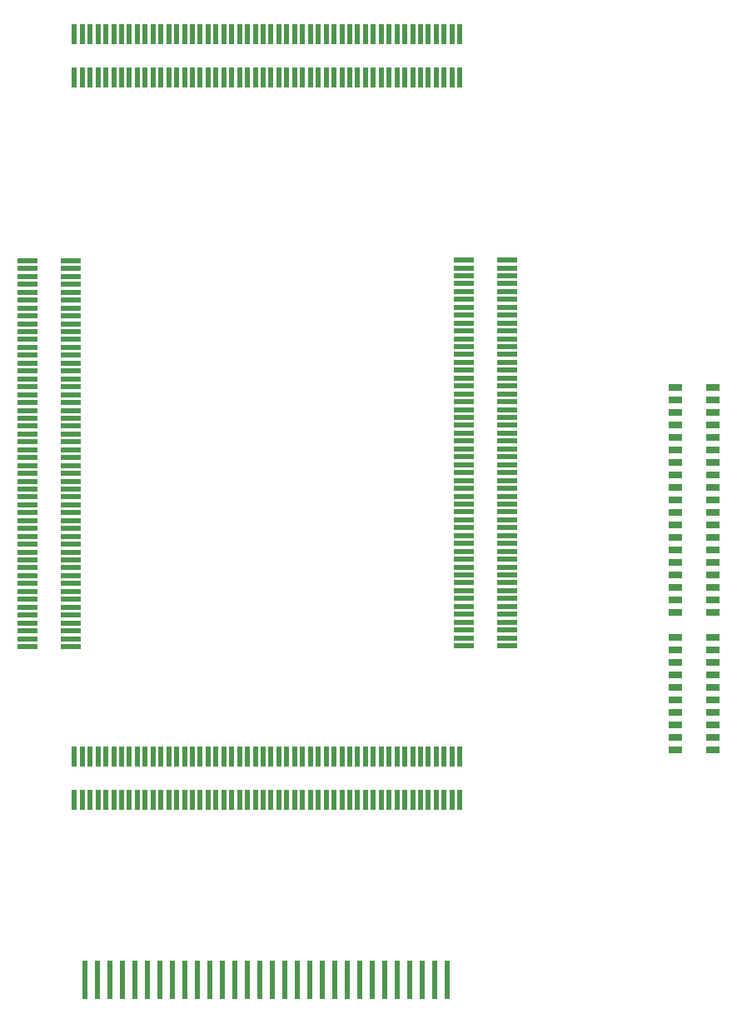
<source format=gbr>
G04 #@! TF.GenerationSoftware,KiCad,Pcbnew,5.0.0*
G04 #@! TF.CreationDate,2018-07-30T09:31:03-05:00*
G04 #@! TF.ProjectId,breakout,627265616B6F75742E6B696361645F70,rev?*
G04 #@! TF.SameCoordinates,Original*
G04 #@! TF.FileFunction,Paste,Top*
G04 #@! TF.FilePolarity,Positive*
%FSLAX46Y46*%
G04 Gerber Fmt 4.6, Leading zero omitted, Abs format (unit mm)*
G04 Created by KiCad (PCBNEW 5.0.0) date Mon Jul 30 09:31:03 2018*
%MOMM*%
%LPD*%
G01*
G04 APERTURE LIST*
%ADD10R,1.350000X0.660000*%
%ADD11R,2.000000X0.500000*%
%ADD12R,0.500000X2.000000*%
%ADD13R,0.560000X4.000000*%
G04 APERTURE END LIST*
D10*
G04 #@! TO.C,P5*
X165963600Y-144246600D03*
X162153600Y-144246600D03*
X165963600Y-142976600D03*
X162153600Y-142976600D03*
X165963600Y-141706600D03*
X162153600Y-141706600D03*
X165963600Y-140436600D03*
X162153600Y-140436600D03*
X165963600Y-139166600D03*
X162153600Y-139166600D03*
X165963600Y-137896600D03*
X162153600Y-137896600D03*
X165963600Y-136626600D03*
X162153600Y-136626600D03*
X165963600Y-135356600D03*
X162153600Y-135356600D03*
X165963600Y-134086600D03*
X162153600Y-134086600D03*
X165963600Y-132816600D03*
X162153600Y-132816600D03*
X165963600Y-130276600D03*
X162153600Y-130276600D03*
X165963600Y-129006600D03*
X162153600Y-129006600D03*
X165963600Y-127736600D03*
X162153600Y-127736600D03*
X165963600Y-126466600D03*
X162153600Y-126466600D03*
X165963600Y-125196600D03*
X162153600Y-125196600D03*
X165963600Y-123926600D03*
X162153600Y-123926600D03*
X165963600Y-122656600D03*
X162153600Y-122656600D03*
X165963600Y-121386600D03*
X162153600Y-121386600D03*
X165963600Y-120116600D03*
X162153600Y-120116600D03*
X165963600Y-118846600D03*
X162153600Y-118846600D03*
X165963600Y-117576600D03*
X162153600Y-117576600D03*
X165963600Y-116306600D03*
X162153600Y-116306600D03*
X165963600Y-115036600D03*
X162153600Y-115036600D03*
X165963600Y-113766600D03*
X162153600Y-113766600D03*
X165963600Y-112496600D03*
X162153600Y-112496600D03*
X165963600Y-111226600D03*
X162153600Y-111226600D03*
X165963600Y-109956600D03*
X162153600Y-109956600D03*
X165963600Y-108686600D03*
X162153600Y-108686600D03*
X165963600Y-107416600D03*
X162153600Y-107416600D03*
G04 #@! TD*
D11*
G04 #@! TO.C,P4*
X145024200Y-94446000D03*
X140624200Y-94446000D03*
X145024200Y-95246000D03*
X140624200Y-95246000D03*
X145024200Y-96046000D03*
X140624200Y-96046000D03*
X145024200Y-96846000D03*
X140624200Y-96846000D03*
X145024200Y-97646000D03*
X140624200Y-97646000D03*
X145024200Y-98446000D03*
X140624200Y-98446000D03*
X145024200Y-99246000D03*
X140624200Y-99246000D03*
X145024200Y-100046000D03*
X140624200Y-100046000D03*
X145024200Y-100846000D03*
X140624200Y-100846000D03*
X145024200Y-101646000D03*
X140624200Y-101646000D03*
X145024200Y-102446000D03*
X140624200Y-102446000D03*
X145024200Y-103246000D03*
X140624200Y-103246000D03*
X145024200Y-104046000D03*
X140624200Y-104046000D03*
X145024200Y-104846000D03*
X140624200Y-104846000D03*
X145024200Y-105646000D03*
X140624200Y-105646000D03*
X145024200Y-106446000D03*
X140624200Y-106446000D03*
X145024200Y-107246000D03*
X140624200Y-107246000D03*
X145024200Y-108046000D03*
X140624200Y-108046000D03*
X145024200Y-108846000D03*
X140624200Y-108846000D03*
X145024200Y-109646000D03*
X140624200Y-109646000D03*
X145024200Y-110446000D03*
X140624200Y-110446000D03*
X145024200Y-111246000D03*
X140624200Y-111246000D03*
X145024200Y-112046000D03*
X140624200Y-112046000D03*
X145024200Y-112846000D03*
X140624200Y-112846000D03*
X145024200Y-113646000D03*
X140624200Y-113646000D03*
X145024200Y-114446000D03*
X140624200Y-114446000D03*
X145024200Y-115246000D03*
X140624200Y-115246000D03*
X145024200Y-116046000D03*
X140624200Y-116046000D03*
X145024200Y-116846000D03*
X140624200Y-116846000D03*
X145024200Y-117646000D03*
X140624200Y-117646000D03*
X145024200Y-118446000D03*
X140624200Y-118446000D03*
X145024200Y-119246000D03*
X140624200Y-119246000D03*
X145024200Y-120046000D03*
X140624200Y-120046000D03*
X145024200Y-120846000D03*
X140624200Y-120846000D03*
X145024200Y-121646000D03*
X140624200Y-121646000D03*
X145024200Y-122446000D03*
X140624200Y-122446000D03*
X145024200Y-123246000D03*
X140624200Y-123246000D03*
X145024200Y-124046000D03*
X140624200Y-124046000D03*
X145024200Y-124846000D03*
X140624200Y-124846000D03*
X145024200Y-125646000D03*
X140624200Y-125646000D03*
X145024200Y-126446000D03*
X140624200Y-126446000D03*
X145024200Y-127246000D03*
X140624200Y-127246000D03*
X145024200Y-128046000D03*
X140624200Y-128046000D03*
X145024200Y-128846000D03*
X140624200Y-128846000D03*
X145024200Y-129646000D03*
X140624200Y-129646000D03*
X145024200Y-130446000D03*
X140624200Y-130446000D03*
X145024200Y-131246000D03*
X140624200Y-131246000D03*
X145024200Y-132046000D03*
X140624200Y-132046000D03*
X145024200Y-132846000D03*
X140624200Y-132846000D03*
X145024200Y-133646000D03*
X140624200Y-133646000D03*
G04 #@! TD*
G04 #@! TO.C,P3*
X100675800Y-94522200D03*
X96275800Y-94522200D03*
X100675800Y-95322200D03*
X96275800Y-95322200D03*
X100675800Y-96122200D03*
X96275800Y-96122200D03*
X100675800Y-96922200D03*
X96275800Y-96922200D03*
X100675800Y-97722200D03*
X96275800Y-97722200D03*
X100675800Y-98522200D03*
X96275800Y-98522200D03*
X100675800Y-99322200D03*
X96275800Y-99322200D03*
X100675800Y-100122200D03*
X96275800Y-100122200D03*
X100675800Y-100922200D03*
X96275800Y-100922200D03*
X100675800Y-101722200D03*
X96275800Y-101722200D03*
X100675800Y-102522200D03*
X96275800Y-102522200D03*
X100675800Y-103322200D03*
X96275800Y-103322200D03*
X100675800Y-104122200D03*
X96275800Y-104122200D03*
X100675800Y-104922200D03*
X96275800Y-104922200D03*
X100675800Y-105722200D03*
X96275800Y-105722200D03*
X100675800Y-106522200D03*
X96275800Y-106522200D03*
X100675800Y-107322200D03*
X96275800Y-107322200D03*
X100675800Y-108122200D03*
X96275800Y-108122200D03*
X100675800Y-108922200D03*
X96275800Y-108922200D03*
X100675800Y-109722200D03*
X96275800Y-109722200D03*
X100675800Y-110522200D03*
X96275800Y-110522200D03*
X100675800Y-111322200D03*
X96275800Y-111322200D03*
X100675800Y-112122200D03*
X96275800Y-112122200D03*
X100675800Y-112922200D03*
X96275800Y-112922200D03*
X100675800Y-113722200D03*
X96275800Y-113722200D03*
X100675800Y-114522200D03*
X96275800Y-114522200D03*
X100675800Y-115322200D03*
X96275800Y-115322200D03*
X100675800Y-116122200D03*
X96275800Y-116122200D03*
X100675800Y-116922200D03*
X96275800Y-116922200D03*
X100675800Y-117722200D03*
X96275800Y-117722200D03*
X100675800Y-118522200D03*
X96275800Y-118522200D03*
X100675800Y-119322200D03*
X96275800Y-119322200D03*
X100675800Y-120122200D03*
X96275800Y-120122200D03*
X100675800Y-120922200D03*
X96275800Y-120922200D03*
X100675800Y-121722200D03*
X96275800Y-121722200D03*
X100675800Y-122522200D03*
X96275800Y-122522200D03*
X100675800Y-123322200D03*
X96275800Y-123322200D03*
X100675800Y-124122200D03*
X96275800Y-124122200D03*
X100675800Y-124922200D03*
X96275800Y-124922200D03*
X100675800Y-125722200D03*
X96275800Y-125722200D03*
X100675800Y-126522200D03*
X96275800Y-126522200D03*
X100675800Y-127322200D03*
X96275800Y-127322200D03*
X100675800Y-128122200D03*
X96275800Y-128122200D03*
X100675800Y-128922200D03*
X96275800Y-128922200D03*
X100675800Y-129722200D03*
X96275800Y-129722200D03*
X100675800Y-130522200D03*
X96275800Y-130522200D03*
X100675800Y-131322200D03*
X96275800Y-131322200D03*
X100675800Y-132122200D03*
X96275800Y-132122200D03*
X100675800Y-132922200D03*
X96275800Y-132922200D03*
X100675800Y-133722200D03*
X96275800Y-133722200D03*
G04 #@! TD*
D12*
G04 #@! TO.C,P2*
X140250000Y-149266000D03*
X140250000Y-144866000D03*
X139450000Y-149266000D03*
X139450000Y-144866000D03*
X138650000Y-149266000D03*
X138650000Y-144866000D03*
X137850000Y-149266000D03*
X137850000Y-144866000D03*
X137050000Y-149266000D03*
X137050000Y-144866000D03*
X136250000Y-149266000D03*
X136250000Y-144866000D03*
X135450000Y-149266000D03*
X135450000Y-144866000D03*
X134650000Y-149266000D03*
X134650000Y-144866000D03*
X133850000Y-149266000D03*
X133850000Y-144866000D03*
X133050000Y-149266000D03*
X133050000Y-144866000D03*
X132250000Y-149266000D03*
X132250000Y-144866000D03*
X131450000Y-149266000D03*
X131450000Y-144866000D03*
X130650000Y-149266000D03*
X130650000Y-144866000D03*
X129850000Y-149266000D03*
X129850000Y-144866000D03*
X129050000Y-149266000D03*
X129050000Y-144866000D03*
X128250000Y-149266000D03*
X128250000Y-144866000D03*
X127450000Y-149266000D03*
X127450000Y-144866000D03*
X126650000Y-149266000D03*
X126650000Y-144866000D03*
X125850000Y-149266000D03*
X125850000Y-144866000D03*
X125050000Y-149266000D03*
X125050000Y-144866000D03*
X124250000Y-149266000D03*
X124250000Y-144866000D03*
X123450000Y-149266000D03*
X123450000Y-144866000D03*
X122650000Y-149266000D03*
X122650000Y-144866000D03*
X121850000Y-149266000D03*
X121850000Y-144866000D03*
X121050000Y-149266000D03*
X121050000Y-144866000D03*
X120250000Y-149266000D03*
X120250000Y-144866000D03*
X119450000Y-149266000D03*
X119450000Y-144866000D03*
X118650000Y-149266000D03*
X118650000Y-144866000D03*
X117850000Y-149266000D03*
X117850000Y-144866000D03*
X117050000Y-149266000D03*
X117050000Y-144866000D03*
X116250000Y-149266000D03*
X116250000Y-144866000D03*
X115450000Y-149266000D03*
X115450000Y-144866000D03*
X114650000Y-149266000D03*
X114650000Y-144866000D03*
X113850000Y-149266000D03*
X113850000Y-144866000D03*
X113050000Y-149266000D03*
X113050000Y-144866000D03*
X112250000Y-149266000D03*
X112250000Y-144866000D03*
X111450000Y-149266000D03*
X111450000Y-144866000D03*
X110650000Y-149266000D03*
X110650000Y-144866000D03*
X109850000Y-149266000D03*
X109850000Y-144866000D03*
X109050000Y-149266000D03*
X109050000Y-144866000D03*
X108250000Y-149266000D03*
X108250000Y-144866000D03*
X107450000Y-149266000D03*
X107450000Y-144866000D03*
X106650000Y-149266000D03*
X106650000Y-144866000D03*
X105850000Y-149266000D03*
X105850000Y-144866000D03*
X105050000Y-149266000D03*
X105050000Y-144866000D03*
X104250000Y-149266000D03*
X104250000Y-144866000D03*
X103450000Y-149266000D03*
X103450000Y-144866000D03*
X102650000Y-149266000D03*
X102650000Y-144866000D03*
X101850000Y-149266000D03*
X101850000Y-144866000D03*
X101050000Y-149266000D03*
X101050000Y-144866000D03*
G04 #@! TD*
G04 #@! TO.C,P1*
X101050000Y-71460000D03*
X101050000Y-75860000D03*
X101850000Y-71460000D03*
X101850000Y-75860000D03*
X102650000Y-71460000D03*
X102650000Y-75860000D03*
X103450000Y-71460000D03*
X103450000Y-75860000D03*
X104250000Y-71460000D03*
X104250000Y-75860000D03*
X105050000Y-71460000D03*
X105050000Y-75860000D03*
X105850000Y-71460000D03*
X105850000Y-75860000D03*
X106650000Y-71460000D03*
X106650000Y-75860000D03*
X107450000Y-71460000D03*
X107450000Y-75860000D03*
X108250000Y-71460000D03*
X108250000Y-75860000D03*
X109050000Y-71460000D03*
X109050000Y-75860000D03*
X109850000Y-71460000D03*
X109850000Y-75860000D03*
X110650000Y-71460000D03*
X110650000Y-75860000D03*
X111450000Y-71460000D03*
X111450000Y-75860000D03*
X112250000Y-71460000D03*
X112250000Y-75860000D03*
X113050000Y-71460000D03*
X113050000Y-75860000D03*
X113850000Y-71460000D03*
X113850000Y-75860000D03*
X114650000Y-71460000D03*
X114650000Y-75860000D03*
X115450000Y-71460000D03*
X115450000Y-75860000D03*
X116250000Y-71460000D03*
X116250000Y-75860000D03*
X117050000Y-71460000D03*
X117050000Y-75860000D03*
X117850000Y-71460000D03*
X117850000Y-75860000D03*
X118650000Y-71460000D03*
X118650000Y-75860000D03*
X119450000Y-71460000D03*
X119450000Y-75860000D03*
X120250000Y-71460000D03*
X120250000Y-75860000D03*
X121050000Y-71460000D03*
X121050000Y-75860000D03*
X121850000Y-71460000D03*
X121850000Y-75860000D03*
X122650000Y-71460000D03*
X122650000Y-75860000D03*
X123450000Y-71460000D03*
X123450000Y-75860000D03*
X124250000Y-71460000D03*
X124250000Y-75860000D03*
X125050000Y-71460000D03*
X125050000Y-75860000D03*
X125850000Y-71460000D03*
X125850000Y-75860000D03*
X126650000Y-71460000D03*
X126650000Y-75860000D03*
X127450000Y-71460000D03*
X127450000Y-75860000D03*
X128250000Y-71460000D03*
X128250000Y-75860000D03*
X129050000Y-71460000D03*
X129050000Y-75860000D03*
X129850000Y-71460000D03*
X129850000Y-75860000D03*
X130650000Y-71460000D03*
X130650000Y-75860000D03*
X131450000Y-71460000D03*
X131450000Y-75860000D03*
X132250000Y-71460000D03*
X132250000Y-75860000D03*
X133050000Y-71460000D03*
X133050000Y-75860000D03*
X133850000Y-71460000D03*
X133850000Y-75860000D03*
X134650000Y-71460000D03*
X134650000Y-75860000D03*
X135450000Y-71460000D03*
X135450000Y-75860000D03*
X136250000Y-71460000D03*
X136250000Y-75860000D03*
X137050000Y-71460000D03*
X137050000Y-75860000D03*
X137850000Y-71460000D03*
X137850000Y-75860000D03*
X138650000Y-71460000D03*
X138650000Y-75860000D03*
X139450000Y-71460000D03*
X139450000Y-75860000D03*
X140250000Y-71460000D03*
X140250000Y-75860000D03*
G04 #@! TD*
D13*
G04 #@! TO.C,P7*
X102168800Y-167600000D03*
X103438800Y-167600000D03*
X104708800Y-167600000D03*
X105978800Y-167600000D03*
X107248800Y-167600000D03*
X108518800Y-167600000D03*
X109788800Y-167600000D03*
X111058800Y-167600000D03*
X112328800Y-167600000D03*
X113598800Y-167600000D03*
X114868800Y-167600000D03*
X116138800Y-167600000D03*
X117408800Y-167600000D03*
X118678800Y-167600000D03*
X119948800Y-167600000D03*
X121218800Y-167600000D03*
X122488800Y-167600000D03*
X123758800Y-167600000D03*
X125028800Y-167600000D03*
X126298800Y-167600000D03*
X127568800Y-167600000D03*
X128838800Y-167600000D03*
X130108800Y-167600000D03*
X131378800Y-167600000D03*
X132648800Y-167600000D03*
X133918800Y-167600000D03*
X135188800Y-167600000D03*
X136458800Y-167600000D03*
X137728800Y-167600000D03*
X138998800Y-167600000D03*
G04 #@! TD*
M02*

</source>
